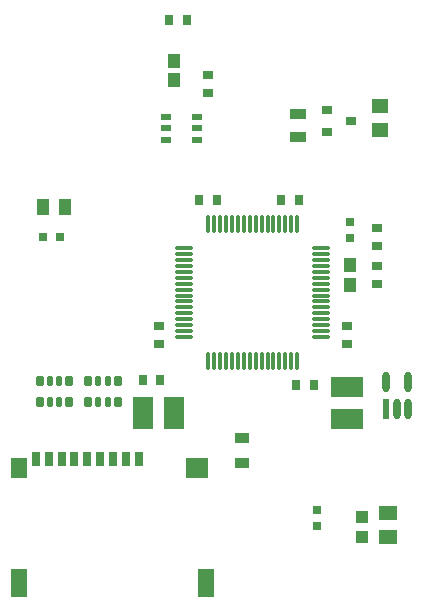
<source format=gtp>
G04*
G04 #@! TF.GenerationSoftware,Altium Limited,Altium Designer,23.2.1 (34)*
G04*
G04 Layer_Color=8421504*
%FSLAX25Y25*%
%MOIN*%
G70*
G04*
G04 #@! TF.SameCoordinates,B2F2E879-4ADF-417A-83DA-379EB80E5566*
G04*
G04*
G04 #@! TF.FilePolarity,Positive*
G04*
G01*
G75*
%ADD18R,0.04134X0.05512*%
%ADD19R,0.07300X0.06500*%
%ADD20R,0.05700X0.09600*%
%ADD21R,0.05700X0.06500*%
%ADD22R,0.02756X0.05118*%
%ADD23R,0.03985X0.04560*%
%ADD24R,0.03543X0.03150*%
G04:AMPARAMS|DCode=25|XSize=35.43mil|YSize=24.02mil|CornerRadius=6mil|HoleSize=0mil|Usage=FLASHONLY|Rotation=90.000|XOffset=0mil|YOffset=0mil|HoleType=Round|Shape=RoundedRectangle|*
%AMROUNDEDRECTD25*
21,1,0.03543,0.01201,0,0,90.0*
21,1,0.02343,0.02402,0,0,90.0*
1,1,0.01201,0.00600,0.01171*
1,1,0.01201,0.00600,-0.01171*
1,1,0.01201,-0.00600,-0.01171*
1,1,0.01201,-0.00600,0.01171*
%
%ADD25ROUNDEDRECTD25*%
G04:AMPARAMS|DCode=26|XSize=35.43mil|YSize=20.87mil|CornerRadius=5.22mil|HoleSize=0mil|Usage=FLASHONLY|Rotation=90.000|XOffset=0mil|YOffset=0mil|HoleType=Round|Shape=RoundedRectangle|*
%AMROUNDEDRECTD26*
21,1,0.03543,0.01043,0,0,90.0*
21,1,0.02500,0.02087,0,0,90.0*
1,1,0.01043,0.00522,0.01250*
1,1,0.01043,0.00522,-0.01250*
1,1,0.01043,-0.00522,-0.01250*
1,1,0.01043,-0.00522,0.01250*
%
%ADD26ROUNDEDRECTD26*%
G04:AMPARAMS|DCode=27|XSize=21.65mil|YSize=31.5mil|CornerRadius=1.95mil|HoleSize=0mil|Usage=FLASHONLY|Rotation=90.000|XOffset=0mil|YOffset=0mil|HoleType=Round|Shape=RoundedRectangle|*
%AMROUNDEDRECTD27*
21,1,0.02165,0.02760,0,0,90.0*
21,1,0.01776,0.03150,0,0,90.0*
1,1,0.00390,0.01380,0.00888*
1,1,0.00390,0.01380,-0.00888*
1,1,0.00390,-0.01380,-0.00888*
1,1,0.00390,-0.01380,0.00888*
%
%ADD27ROUNDEDRECTD27*%
%ADD28R,0.03150X0.03543*%
%ADD29R,0.03150X0.03150*%
%ADD30R,0.03937X0.04331*%
%ADD31R,0.06102X0.04921*%
%ADD32R,0.05709X0.03740*%
%ADD33R,0.02756X0.02559*%
%ADD34R,0.02410X0.06911*%
G04:AMPARAMS|DCode=35|XSize=69.11mil|YSize=24.1mil|CornerRadius=12.05mil|HoleSize=0mil|Usage=FLASHONLY|Rotation=90.000|XOffset=0mil|YOffset=0mil|HoleType=Round|Shape=RoundedRectangle|*
%AMROUNDEDRECTD35*
21,1,0.06911,0.00000,0,0,90.0*
21,1,0.04501,0.02410,0,0,90.0*
1,1,0.02410,0.00000,0.02251*
1,1,0.02410,0.00000,-0.02251*
1,1,0.02410,0.00000,-0.02251*
1,1,0.02410,0.00000,0.02251*
%
%ADD35ROUNDEDRECTD35*%
%ADD36R,0.04724X0.03543*%
%ADD37O,0.01181X0.06299*%
%ADD38O,0.06299X0.01181*%
%ADD39R,0.06506X0.11040*%
%ADD40R,0.05709X0.04724*%
%ADD41R,0.11040X0.06506*%
D18*
X62490Y145000D02*
D03*
X55010D02*
D03*
D19*
X106255Y57874D02*
D03*
D20*
X109307Y19685D02*
D03*
X47004D02*
D03*
D21*
Y57874D02*
D03*
D22*
X52589Y60921D02*
D03*
X56919D02*
D03*
X61250D02*
D03*
X65581D02*
D03*
X69911D02*
D03*
X74242D02*
D03*
X78573D02*
D03*
X82903D02*
D03*
X87234D02*
D03*
D23*
X98750Y187238D02*
D03*
Y193750D02*
D03*
X157500Y119186D02*
D03*
Y125698D02*
D03*
D24*
X110000Y188885D02*
D03*
Y182979D02*
D03*
X149813Y177490D02*
D03*
Y170010D02*
D03*
X157687Y173750D02*
D03*
X166250Y119489D02*
D03*
Y125395D02*
D03*
Y137953D02*
D03*
Y132047D02*
D03*
X156250Y105395D02*
D03*
Y99489D02*
D03*
X93750Y105395D02*
D03*
Y99489D02*
D03*
D25*
X70232Y80000D02*
D03*
X79996D02*
D03*
Y86968D02*
D03*
X70232D02*
D03*
X53986Y80000D02*
D03*
X63750D02*
D03*
Y86968D02*
D03*
X53986D02*
D03*
D26*
X73539Y80000D02*
D03*
X76689D02*
D03*
Y86968D02*
D03*
X73539D02*
D03*
X57293Y80000D02*
D03*
X60443D02*
D03*
Y86968D02*
D03*
X57293D02*
D03*
D27*
X96230Y174990D02*
D03*
Y171250D02*
D03*
Y167510D02*
D03*
X106270D02*
D03*
Y171250D02*
D03*
Y174990D02*
D03*
D28*
X102953Y207500D02*
D03*
X97047D02*
D03*
X112953Y147500D02*
D03*
X107047D02*
D03*
X140453D02*
D03*
X134547D02*
D03*
X139547Y85769D02*
D03*
X145453D02*
D03*
X94203Y87500D02*
D03*
X88297D02*
D03*
D29*
X55000Y135000D02*
D03*
X60905D02*
D03*
D30*
X161250Y41693D02*
D03*
Y35000D02*
D03*
D31*
X170000D02*
D03*
Y43071D02*
D03*
D32*
X140000Y168356D02*
D03*
Y176033D02*
D03*
D33*
X146250Y38592D02*
D03*
Y43907D02*
D03*
X157500Y134784D02*
D03*
Y140099D02*
D03*
D34*
X169320Y77549D02*
D03*
D35*
X173060D02*
D03*
X176800D02*
D03*
Y86804D02*
D03*
X169320D02*
D03*
D36*
X121250Y67884D02*
D03*
Y59616D02*
D03*
D37*
X125984Y139321D02*
D03*
X124016D02*
D03*
X122047D02*
D03*
X120079D02*
D03*
X118110D02*
D03*
X139764D02*
D03*
X137795D02*
D03*
X135827D02*
D03*
X133858D02*
D03*
X131890D02*
D03*
X129921D02*
D03*
X127953D02*
D03*
X116142D02*
D03*
X114173D02*
D03*
X112205D02*
D03*
X110236D02*
D03*
Y93652D02*
D03*
X112205D02*
D03*
X114173D02*
D03*
X116142D02*
D03*
X118110D02*
D03*
X120079D02*
D03*
X122047D02*
D03*
X124016D02*
D03*
X125984D02*
D03*
X127953D02*
D03*
X129921D02*
D03*
X131890D02*
D03*
X133858D02*
D03*
X135827D02*
D03*
X137795D02*
D03*
X139764D02*
D03*
D38*
X147835Y101722D02*
D03*
Y103691D02*
D03*
Y105659D02*
D03*
Y107628D02*
D03*
Y109597D02*
D03*
Y111565D02*
D03*
Y113533D02*
D03*
Y115502D02*
D03*
Y117471D02*
D03*
Y119439D02*
D03*
Y121407D02*
D03*
Y123376D02*
D03*
Y125345D02*
D03*
Y127313D02*
D03*
Y129281D02*
D03*
Y131250D02*
D03*
X102165D02*
D03*
Y129281D02*
D03*
Y127313D02*
D03*
Y125345D02*
D03*
Y123376D02*
D03*
Y121407D02*
D03*
Y119439D02*
D03*
Y117471D02*
D03*
Y115502D02*
D03*
Y113533D02*
D03*
Y111565D02*
D03*
Y109597D02*
D03*
Y107628D02*
D03*
Y105659D02*
D03*
Y103691D02*
D03*
Y101722D02*
D03*
D39*
X98750Y76250D02*
D03*
X88315D02*
D03*
D40*
X167500Y178721D02*
D03*
Y170847D02*
D03*
D41*
X156250Y74443D02*
D03*
Y84878D02*
D03*
M02*

</source>
